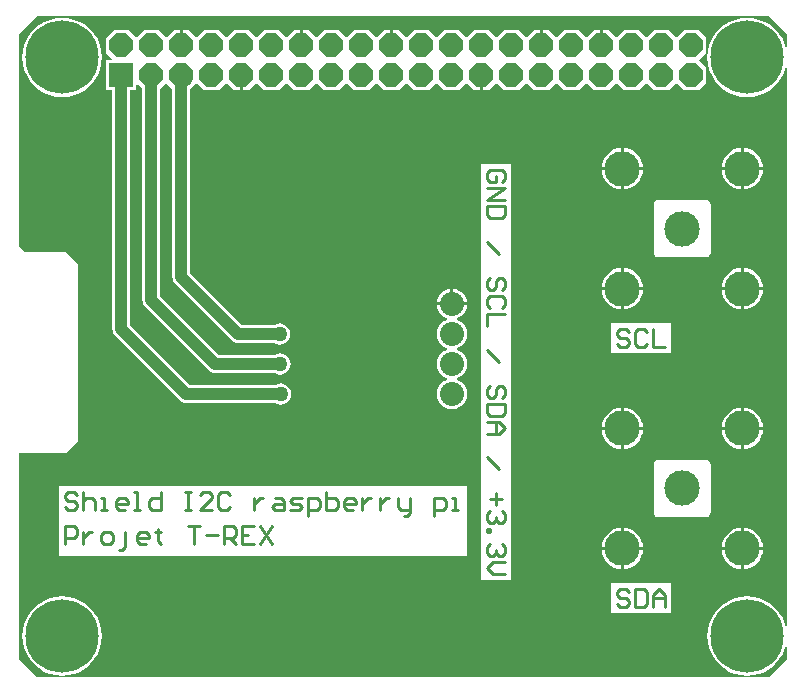
<source format=gtl>
G04 Layer_Physical_Order=1*
G04 Layer_Color=255*
%FSLAX43Y43*%
%MOMM*%
G71*
G01*
G75*
%ADD10C,1.000*%
%ADD11C,0.254*%
%ADD12C,6.200*%
%ADD13C,2.032*%
%ADD14P,2.199X8X112.5*%
%ADD15R,2.032X2.032*%
%ADD16C,3.000*%
%ADD17C,1.270*%
G36*
X64864Y54500D02*
Y53398D01*
X64737Y53383D01*
X64700Y53540D01*
X64498Y54027D01*
X64222Y54478D01*
X63879Y54879D01*
X63478Y55222D01*
X63027Y55498D01*
X62540Y55700D01*
X62026Y55823D01*
X61500Y55864D01*
X60974Y55823D01*
X60460Y55700D01*
X59973Y55498D01*
X59522Y55222D01*
X59121Y54879D01*
X58778Y54478D01*
X58502Y54027D01*
X58300Y53540D01*
X58177Y53026D01*
X58136Y52500D01*
X58177Y51974D01*
X58300Y51460D01*
X58502Y50973D01*
X58778Y50522D01*
X59121Y50121D01*
X59522Y49778D01*
X59973Y49502D01*
X60460Y49300D01*
X60974Y49177D01*
X61500Y49136D01*
X62026Y49177D01*
X62540Y49300D01*
X63027Y49502D01*
X63478Y49778D01*
X63879Y50121D01*
X64222Y50522D01*
X64498Y50973D01*
X64700Y51460D01*
X64737Y51617D01*
X64864Y51602D01*
Y4398D01*
X64737Y4383D01*
X64700Y4540D01*
X64498Y5027D01*
X64222Y5478D01*
X63879Y5879D01*
X63478Y6222D01*
X63027Y6498D01*
X62540Y6700D01*
X62026Y6823D01*
X61500Y6864D01*
X60974Y6823D01*
X60460Y6700D01*
X59973Y6498D01*
X59522Y6222D01*
X59121Y5879D01*
X58778Y5478D01*
X58502Y5027D01*
X58300Y4540D01*
X58177Y4026D01*
X58136Y3500D01*
X58177Y2974D01*
X58300Y2460D01*
X58502Y1973D01*
X58778Y1522D01*
X59121Y1121D01*
X59522Y778D01*
X59973Y502D01*
X60460Y300D01*
X60974Y177D01*
X61500Y136D01*
X62026Y177D01*
X62540Y300D01*
X63027Y502D01*
X63478Y778D01*
X63879Y1121D01*
X64222Y1522D01*
X64498Y1973D01*
X64700Y2460D01*
X64737Y2617D01*
X64864Y2602D01*
Y1500D01*
X63364Y0D01*
X1364D01*
X-136Y1500D01*
Y19000D01*
X3864D01*
X4864Y20000D01*
Y35000D01*
X3864Y36000D01*
X364D01*
Y36000D01*
X-136Y36500D01*
Y54500D01*
X1364Y56000D01*
X63364D01*
X64864Y54500D01*
D02*
G37*
%LPC*%
G36*
X57395Y54810D02*
X56125D01*
X55490Y54175D01*
X54855Y54810D01*
X53585D01*
X52950Y54175D01*
X52315Y54810D01*
X51045D01*
X50410Y54175D01*
X49775Y54810D01*
X49267D01*
Y53540D01*
X49013D01*
Y54810D01*
X48505D01*
X47870Y54175D01*
X47235Y54810D01*
X45965D01*
X45330Y54175D01*
X44695Y54810D01*
X44187D01*
Y53540D01*
X43933D01*
Y54810D01*
X43425D01*
X42790Y54175D01*
X42155Y54810D01*
X40885D01*
X40250Y54175D01*
X39615Y54810D01*
X38345D01*
X37710Y54175D01*
X37075Y54810D01*
X35805D01*
X35170Y54175D01*
X34535Y54810D01*
X33265D01*
X32630Y54175D01*
X31995Y54810D01*
X31487D01*
Y53540D01*
X31233D01*
Y54810D01*
X30725D01*
X30090Y54175D01*
X29455Y54810D01*
X28185D01*
X27550Y54175D01*
X26915Y54810D01*
X25645D01*
X25010Y54175D01*
X24375Y54810D01*
X23867D01*
Y53540D01*
X23613D01*
Y54810D01*
X23105D01*
X22470Y54175D01*
X21835Y54810D01*
X20565D01*
X19930Y54175D01*
X19295Y54810D01*
X18025D01*
X17390Y54175D01*
X16755Y54810D01*
X15485D01*
X14850Y54175D01*
X14215Y54810D01*
X13707D01*
Y53540D01*
X13453D01*
Y54810D01*
X12945D01*
X12310Y54175D01*
X11675Y54810D01*
X10405D01*
X9770Y54175D01*
X9135Y54810D01*
X7865D01*
X7230Y54175D01*
Y52905D01*
X7748Y52387D01*
X7699Y52270D01*
X7230D01*
Y49730D01*
X7739D01*
Y29500D01*
X7765Y29303D01*
X7841Y29120D01*
X7962Y28962D01*
X13462Y23462D01*
X13620Y23341D01*
X13803Y23265D01*
X14000Y23239D01*
X21531D01*
X21552Y23223D01*
X21768Y23134D01*
X22000Y23103D01*
X22232Y23134D01*
X22448Y23223D01*
X22634Y23366D01*
X22777Y23552D01*
X22866Y23768D01*
X22897Y24000D01*
X22866Y24232D01*
X22777Y24448D01*
X22634Y24634D01*
X22448Y24777D01*
X22232Y24866D01*
X22000Y24897D01*
X21768Y24866D01*
X21552Y24777D01*
X21531Y24761D01*
X14315D01*
X9261Y29815D01*
Y49730D01*
X9770D01*
Y50199D01*
X9887Y50248D01*
X10279Y49856D01*
Y31960D01*
X10305Y31763D01*
X10381Y31580D01*
X10502Y31422D01*
X15922Y26002D01*
X16080Y25881D01*
X16263Y25805D01*
X16460Y25779D01*
X21491D01*
X21512Y25763D01*
X21728Y25674D01*
X21960Y25643D01*
X22192Y25674D01*
X22408Y25763D01*
X22594Y25906D01*
X22737Y26092D01*
X22826Y26308D01*
X22857Y26540D01*
X22826Y26772D01*
X22737Y26988D01*
X22594Y27174D01*
X22408Y27317D01*
X22192Y27406D01*
X21960Y27437D01*
X21728Y27406D01*
X21512Y27317D01*
X21491Y27301D01*
X16775D01*
X11801Y32275D01*
Y49856D01*
X12310Y50365D01*
X12819Y49856D01*
Y33920D01*
X12845Y33723D01*
X12921Y33540D01*
X13042Y33382D01*
X17882Y28542D01*
X18040Y28421D01*
X18223Y28345D01*
X18420Y28319D01*
X21451D01*
X21472Y28303D01*
X21688Y28214D01*
X21920Y28183D01*
X22152Y28214D01*
X22368Y28303D01*
X22554Y28446D01*
X22697Y28632D01*
X22786Y28848D01*
X22817Y29080D01*
X22786Y29312D01*
X22697Y29528D01*
X22554Y29714D01*
X22368Y29857D01*
X22152Y29946D01*
X21920Y29977D01*
X21688Y29946D01*
X21472Y29857D01*
X21451Y29841D01*
X18735D01*
X14341Y34235D01*
Y49856D01*
X14493Y50008D01*
X14538Y50042D01*
X14572Y50087D01*
X14850Y50365D01*
X15485Y49730D01*
X16755D01*
X17390Y50365D01*
X18025Y49730D01*
X18533D01*
Y51000D01*
X18787D01*
Y49730D01*
X19295D01*
X19930Y50365D01*
X20565Y49730D01*
X21835D01*
X22470Y50365D01*
X23105Y49730D01*
X24375D01*
X25010Y50365D01*
X25645Y49730D01*
X26915D01*
X27550Y50365D01*
X28185Y49730D01*
X29455D01*
X30090Y50365D01*
X30725Y49730D01*
X31995D01*
X32630Y50365D01*
X33265Y49730D01*
X34535D01*
X35170Y50365D01*
X35805Y49730D01*
X37075D01*
X37710Y50365D01*
X38345Y49730D01*
X38853D01*
Y51000D01*
X39107D01*
Y49730D01*
X39615D01*
X40250Y50365D01*
X40885Y49730D01*
X42155D01*
X42790Y50365D01*
X43425Y49730D01*
X44695D01*
X45330Y50365D01*
X45965Y49730D01*
X47235D01*
X47870Y50365D01*
X48505Y49730D01*
X49775D01*
X50410Y50365D01*
X51045Y49730D01*
X52315D01*
X52950Y50365D01*
X53585Y49730D01*
X54855D01*
X55490Y50365D01*
X56125Y49730D01*
X57395D01*
X58030Y50365D01*
Y51635D01*
X57395Y52270D01*
X58030Y52905D01*
Y54175D01*
X57395Y54810D01*
D02*
G37*
G36*
X3500Y55864D02*
X2974Y55823D01*
X2460Y55700D01*
X1973Y55498D01*
X1522Y55222D01*
X1121Y54879D01*
X778Y54478D01*
X502Y54027D01*
X300Y53540D01*
X177Y53026D01*
X136Y52500D01*
X177Y51974D01*
X300Y51460D01*
X502Y50973D01*
X778Y50522D01*
X1121Y50121D01*
X1522Y49778D01*
X1973Y49502D01*
X2460Y49300D01*
X2974Y49177D01*
X3500Y49136D01*
X4026Y49177D01*
X4540Y49300D01*
X5027Y49502D01*
X5478Y49778D01*
X5879Y50121D01*
X6222Y50522D01*
X6498Y50973D01*
X6700Y51460D01*
X6823Y51974D01*
X6864Y52500D01*
X6823Y53026D01*
X6700Y53540D01*
X6498Y54027D01*
X6222Y54478D01*
X5879Y54879D01*
X5478Y55222D01*
X5027Y55498D01*
X4540Y55700D01*
X4026Y55823D01*
X3500Y55864D01*
D02*
G37*
G36*
X61207Y44830D02*
Y43207D01*
X62830D01*
X62809Y43424D01*
X62708Y43754D01*
X62545Y44059D01*
X62326Y44326D01*
X62059Y44545D01*
X61754Y44708D01*
X61424Y44809D01*
X61207Y44830D01*
D02*
G37*
G36*
X60953D02*
X60736Y44809D01*
X60406Y44708D01*
X60101Y44545D01*
X59834Y44326D01*
X59615Y44059D01*
X59452Y43754D01*
X59351Y43424D01*
X59330Y43207D01*
X60953D01*
Y44830D01*
D02*
G37*
G36*
X51047D02*
Y43207D01*
X52670D01*
X52649Y43424D01*
X52548Y43754D01*
X52385Y44059D01*
X52166Y44326D01*
X51899Y44545D01*
X51594Y44708D01*
X51264Y44809D01*
X51047Y44830D01*
D02*
G37*
G36*
X50793D02*
X50576Y44809D01*
X50246Y44708D01*
X49941Y44545D01*
X49674Y44326D01*
X49455Y44059D01*
X49292Y43754D01*
X49191Y43424D01*
X49170Y43207D01*
X50793D01*
Y44830D01*
D02*
G37*
G36*
X62830Y42953D02*
X61207D01*
Y41330D01*
X61424Y41351D01*
X61754Y41452D01*
X62059Y41615D01*
X62326Y41834D01*
X62545Y42101D01*
X62708Y42406D01*
X62809Y42736D01*
X62830Y42953D01*
D02*
G37*
G36*
X60953D02*
X59330D01*
X59351Y42736D01*
X59452Y42406D01*
X59615Y42101D01*
X59834Y41834D01*
X60101Y41615D01*
X60406Y41452D01*
X60736Y41351D01*
X60953Y41330D01*
Y42953D01*
D02*
G37*
G36*
X52670D02*
X51047D01*
Y41330D01*
X51264Y41351D01*
X51594Y41452D01*
X51899Y41615D01*
X52166Y41834D01*
X52385Y42101D01*
X52548Y42406D01*
X52649Y42736D01*
X52670Y42953D01*
D02*
G37*
G36*
X50793D02*
X49170D01*
X49191Y42736D01*
X49292Y42406D01*
X49455Y42101D01*
X49674Y41834D01*
X49941Y41615D01*
X50246Y41452D01*
X50576Y41351D01*
X50793Y41330D01*
Y42953D01*
D02*
G37*
G36*
X56000Y40425D02*
X55957Y40420D01*
X53968D01*
X53819Y40391D01*
X53693Y40307D01*
X53609Y40181D01*
X53580Y40032D01*
Y38043D01*
X53575Y38000D01*
X53580Y37957D01*
Y35968D01*
X53609Y35819D01*
X53693Y35693D01*
X53819Y35609D01*
X53968Y35580D01*
X55957D01*
X56000Y35575D01*
X56043Y35580D01*
X58032D01*
X58181Y35609D01*
X58307Y35693D01*
X58391Y35819D01*
X58420Y35968D01*
Y37957D01*
X58425Y38000D01*
X58420Y38043D01*
Y40032D01*
X58391Y40181D01*
X58307Y40307D01*
X58181Y40391D01*
X58032Y40420D01*
X56043D01*
X56000Y40425D01*
D02*
G37*
G36*
X61207Y34670D02*
Y33047D01*
X62830D01*
X62809Y33264D01*
X62708Y33594D01*
X62545Y33899D01*
X62326Y34166D01*
X62059Y34385D01*
X61754Y34548D01*
X61424Y34649D01*
X61207Y34670D01*
D02*
G37*
G36*
X60953D02*
X60736Y34649D01*
X60406Y34548D01*
X60101Y34385D01*
X59834Y34166D01*
X59615Y33899D01*
X59452Y33594D01*
X59351Y33264D01*
X59330Y33047D01*
X60953D01*
Y34670D01*
D02*
G37*
G36*
X51047D02*
Y33047D01*
X52670D01*
X52649Y33264D01*
X52548Y33594D01*
X52385Y33899D01*
X52166Y34166D01*
X51899Y34385D01*
X51594Y34548D01*
X51264Y34649D01*
X51047Y34670D01*
D02*
G37*
G36*
X50793D02*
X50576Y34649D01*
X50246Y34548D01*
X49941Y34385D01*
X49674Y34166D01*
X49455Y33899D01*
X49292Y33594D01*
X49191Y33264D01*
X49170Y33047D01*
X50793D01*
Y34670D01*
D02*
G37*
G36*
X36627Y32884D02*
Y31747D01*
X37764D01*
X37737Y31952D01*
X37609Y32260D01*
X37406Y32526D01*
X37140Y32729D01*
X36832Y32857D01*
X36627Y32884D01*
D02*
G37*
G36*
X36373Y32884D02*
X36168Y32857D01*
X35860Y32729D01*
X35594Y32526D01*
X35391Y32260D01*
X35263Y31952D01*
X35236Y31747D01*
X36373D01*
Y32884D01*
D02*
G37*
G36*
X62830Y32793D02*
X61207D01*
Y31170D01*
X61424Y31191D01*
X61754Y31292D01*
X62059Y31455D01*
X62326Y31674D01*
X62545Y31941D01*
X62708Y32246D01*
X62809Y32576D01*
X62830Y32793D01*
D02*
G37*
G36*
X60953D02*
X59330D01*
X59351Y32576D01*
X59452Y32246D01*
X59615Y31941D01*
X59834Y31674D01*
X60101Y31455D01*
X60406Y31292D01*
X60736Y31191D01*
X60953Y31170D01*
Y32793D01*
D02*
G37*
G36*
X52670D02*
X51047D01*
Y31170D01*
X51264Y31191D01*
X51594Y31292D01*
X51899Y31455D01*
X52166Y31674D01*
X52385Y31941D01*
X52548Y32246D01*
X52649Y32576D01*
X52670Y32793D01*
D02*
G37*
G36*
X50793D02*
X49170D01*
X49191Y32576D01*
X49292Y32246D01*
X49455Y31941D01*
X49674Y31674D01*
X49941Y31455D01*
X50246Y31292D01*
X50576Y31191D01*
X50793Y31170D01*
Y32793D01*
D02*
G37*
G36*
X55071Y30032D02*
X49992D01*
Y27492D01*
X55071D01*
Y30032D01*
D02*
G37*
G36*
X37764Y31493D02*
X36500D01*
X35236D01*
X35263Y31288D01*
X35391Y30980D01*
X35594Y30714D01*
X35860Y30511D01*
X36081Y30419D01*
Y30281D01*
X35860Y30189D01*
X35594Y29986D01*
X35391Y29720D01*
X35263Y29412D01*
X35219Y29080D01*
X35263Y28748D01*
X35391Y28440D01*
X35594Y28174D01*
X35860Y27971D01*
X36081Y27879D01*
Y27741D01*
X35860Y27649D01*
X35594Y27446D01*
X35391Y27180D01*
X35263Y26872D01*
X35219Y26540D01*
X35263Y26208D01*
X35391Y25900D01*
X35594Y25634D01*
X35860Y25431D01*
X36081Y25339D01*
Y25201D01*
X35860Y25109D01*
X35594Y24906D01*
X35391Y24640D01*
X35263Y24332D01*
X35219Y24000D01*
X35263Y23668D01*
X35391Y23360D01*
X35594Y23094D01*
X35860Y22891D01*
X36168Y22763D01*
X36500Y22719D01*
X36832Y22763D01*
X37140Y22891D01*
X37406Y23094D01*
X37609Y23360D01*
X37737Y23668D01*
X37781Y24000D01*
X37737Y24332D01*
X37609Y24640D01*
X37406Y24906D01*
X37140Y25109D01*
X36919Y25201D01*
Y25339D01*
X37140Y25431D01*
X37406Y25634D01*
X37609Y25900D01*
X37737Y26208D01*
X37781Y26540D01*
X37737Y26872D01*
X37609Y27180D01*
X37406Y27446D01*
X37140Y27649D01*
X36919Y27741D01*
Y27879D01*
X37140Y27971D01*
X37406Y28174D01*
X37609Y28440D01*
X37737Y28748D01*
X37781Y29080D01*
X37737Y29412D01*
X37609Y29720D01*
X37406Y29986D01*
X37140Y30189D01*
X36919Y30281D01*
Y30419D01*
X37140Y30511D01*
X37406Y30714D01*
X37609Y30980D01*
X37737Y31288D01*
X37764Y31493D01*
D02*
G37*
G36*
X61207Y22830D02*
Y21207D01*
X62830D01*
X62809Y21424D01*
X62708Y21754D01*
X62545Y22059D01*
X62326Y22326D01*
X62059Y22545D01*
X61754Y22708D01*
X61424Y22809D01*
X61207Y22830D01*
D02*
G37*
G36*
X60953D02*
X60736Y22809D01*
X60406Y22708D01*
X60101Y22545D01*
X59834Y22326D01*
X59615Y22059D01*
X59452Y21754D01*
X59351Y21424D01*
X59330Y21207D01*
X60953D01*
Y22830D01*
D02*
G37*
G36*
X51047D02*
Y21207D01*
X52670D01*
X52649Y21424D01*
X52548Y21754D01*
X52385Y22059D01*
X52166Y22326D01*
X51899Y22545D01*
X51594Y22708D01*
X51264Y22809D01*
X51047Y22830D01*
D02*
G37*
G36*
X50793D02*
X50576Y22809D01*
X50246Y22708D01*
X49941Y22545D01*
X49674Y22326D01*
X49455Y22059D01*
X49292Y21754D01*
X49191Y21424D01*
X49170Y21207D01*
X50793D01*
Y22830D01*
D02*
G37*
G36*
X62830Y20953D02*
X61207D01*
Y19330D01*
X61424Y19351D01*
X61754Y19452D01*
X62059Y19615D01*
X62326Y19834D01*
X62545Y20101D01*
X62708Y20406D01*
X62809Y20736D01*
X62830Y20953D01*
D02*
G37*
G36*
X60953D02*
X59330D01*
X59351Y20736D01*
X59452Y20406D01*
X59615Y20101D01*
X59834Y19834D01*
X60101Y19615D01*
X60406Y19452D01*
X60736Y19351D01*
X60953Y19330D01*
Y20953D01*
D02*
G37*
G36*
X52670D02*
X51047D01*
Y19330D01*
X51264Y19351D01*
X51594Y19452D01*
X51899Y19615D01*
X52166Y19834D01*
X52385Y20101D01*
X52548Y20406D01*
X52649Y20736D01*
X52670Y20953D01*
D02*
G37*
G36*
X50793D02*
X49170D01*
X49191Y20736D01*
X49292Y20406D01*
X49455Y20101D01*
X49674Y19834D01*
X49941Y19615D01*
X50246Y19452D01*
X50576Y19351D01*
X50793Y19330D01*
Y20953D01*
D02*
G37*
G36*
X56000Y18425D02*
X55957Y18420D01*
X53968D01*
X53819Y18391D01*
X53693Y18307D01*
X53609Y18181D01*
X53580Y18032D01*
Y16043D01*
X53575Y16000D01*
X53580Y15957D01*
Y13968D01*
X53609Y13819D01*
X53693Y13693D01*
X53819Y13609D01*
X53968Y13580D01*
X55957D01*
X56000Y13575D01*
X56043Y13580D01*
X58032D01*
X58181Y13609D01*
X58307Y13693D01*
X58391Y13819D01*
X58420Y13968D01*
Y15957D01*
X58425Y16000D01*
X58420Y16043D01*
Y18032D01*
X58391Y18181D01*
X58307Y18307D01*
X58181Y18391D01*
X58032Y18420D01*
X56043D01*
X56000Y18425D01*
D02*
G37*
G36*
X61207Y12670D02*
Y11047D01*
X62830D01*
X62809Y11264D01*
X62708Y11594D01*
X62545Y11899D01*
X62326Y12166D01*
X62059Y12385D01*
X61754Y12548D01*
X61424Y12649D01*
X61207Y12670D01*
D02*
G37*
G36*
X60953D02*
X60736Y12649D01*
X60406Y12548D01*
X60101Y12385D01*
X59834Y12166D01*
X59615Y11899D01*
X59452Y11594D01*
X59351Y11264D01*
X59330Y11047D01*
X60953D01*
Y12670D01*
D02*
G37*
G36*
X51047D02*
Y11047D01*
X52670D01*
X52649Y11264D01*
X52548Y11594D01*
X52385Y11899D01*
X52166Y12166D01*
X51899Y12385D01*
X51594Y12548D01*
X51264Y12649D01*
X51047Y12670D01*
D02*
G37*
G36*
X50793D02*
X50576Y12649D01*
X50246Y12548D01*
X49941Y12385D01*
X49674Y12166D01*
X49455Y11899D01*
X49292Y11594D01*
X49191Y11264D01*
X49170Y11047D01*
X50793D01*
Y12670D01*
D02*
G37*
G36*
X37754Y16239D02*
X3246D01*
Y10246D01*
X37754D01*
Y16239D01*
D02*
G37*
G36*
X62830Y10793D02*
X61207D01*
Y9170D01*
X61424Y9191D01*
X61754Y9292D01*
X62059Y9455D01*
X62326Y9674D01*
X62545Y9941D01*
X62708Y10246D01*
X62809Y10576D01*
X62830Y10793D01*
D02*
G37*
G36*
X60953D02*
X59330D01*
X59351Y10576D01*
X59452Y10246D01*
X59615Y9941D01*
X59834Y9674D01*
X60101Y9455D01*
X60406Y9292D01*
X60736Y9191D01*
X60953Y9170D01*
Y10793D01*
D02*
G37*
G36*
X52670D02*
X51047D01*
Y9170D01*
X51264Y9191D01*
X51594Y9292D01*
X51899Y9455D01*
X52166Y9674D01*
X52385Y9941D01*
X52548Y10246D01*
X52649Y10576D01*
X52670Y10793D01*
D02*
G37*
G36*
X50793D02*
X49170D01*
X49191Y10576D01*
X49292Y10246D01*
X49455Y9941D01*
X49674Y9674D01*
X49941Y9455D01*
X50246Y9292D01*
X50576Y9191D01*
X50793Y9170D01*
Y10793D01*
D02*
G37*
G36*
X41532Y43508D02*
X38992D01*
Y8213D01*
X41532D01*
Y43508D01*
D02*
G37*
G36*
X55071Y8032D02*
X49992D01*
Y5492D01*
X55071D01*
Y8032D01*
D02*
G37*
G36*
X3500Y6864D02*
X2974Y6823D01*
X2460Y6700D01*
X1973Y6498D01*
X1522Y6222D01*
X1121Y5879D01*
X778Y5478D01*
X502Y5027D01*
X300Y4540D01*
X177Y4026D01*
X136Y3500D01*
X177Y2974D01*
X300Y2460D01*
X502Y1973D01*
X778Y1522D01*
X1121Y1121D01*
X1522Y778D01*
X1973Y502D01*
X2460Y300D01*
X2974Y177D01*
X3500Y136D01*
X4026Y177D01*
X4540Y300D01*
X5027Y502D01*
X5478Y778D01*
X5879Y1121D01*
X6222Y1522D01*
X6498Y1973D01*
X6700Y2460D01*
X6823Y2974D01*
X6864Y3500D01*
X6823Y4026D01*
X6700Y4540D01*
X6498Y5027D01*
X6222Y5478D01*
X5879Y5879D01*
X5478Y6222D01*
X5027Y6498D01*
X4540Y6700D01*
X4026Y6823D01*
X3500Y6864D01*
D02*
G37*
%LPD*%
D10*
X14000Y24000D02*
X22000D01*
X16460Y26540D02*
X21960D01*
X18420Y29080D02*
X21920D01*
X13580Y33920D02*
X18420Y29080D01*
X13580Y33920D02*
Y51000D01*
X8500Y29500D02*
X14000Y24000D01*
X8500Y29500D02*
Y51000D01*
X11040Y31960D02*
X16460Y26540D01*
X11040Y31960D02*
Y51000D01*
X13580D02*
X14000Y50580D01*
D11*
X4770Y15477D02*
X4516Y15731D01*
X4008D01*
X3754Y15477D01*
Y15223D01*
X4008Y14969D01*
X4516D01*
X4770Y14715D01*
Y14461D01*
X4516Y14207D01*
X4008D01*
X3754Y14461D01*
X5278Y15731D02*
Y14207D01*
Y14969D01*
X5531Y15223D01*
X6039D01*
X6293Y14969D01*
Y14207D01*
X6801D02*
X7309D01*
X7055D01*
Y15223D01*
X6801D01*
X8832Y14207D02*
X8325D01*
X8071Y14461D01*
Y14969D01*
X8325Y15223D01*
X8832D01*
X9086Y14969D01*
Y14715D01*
X8071D01*
X9594Y14207D02*
X10102D01*
X9848D01*
Y15731D01*
X9594D01*
X11879D02*
Y14207D01*
X11118D01*
X10864Y14461D01*
Y14969D01*
X11118Y15223D01*
X11879D01*
X13911Y15731D02*
X14419D01*
X14165D01*
Y14207D01*
X13911D01*
X14419D01*
X16196D02*
X15180D01*
X16196Y15223D01*
Y15477D01*
X15942Y15731D01*
X15434D01*
X15180Y15477D01*
X17719D02*
X17466Y15731D01*
X16958D01*
X16704Y15477D01*
Y14461D01*
X16958Y14207D01*
X17466D01*
X17719Y14461D01*
X19751Y15223D02*
Y14207D01*
Y14715D01*
X20005Y14969D01*
X20259Y15223D01*
X20513D01*
X21528D02*
X22036D01*
X22290Y14969D01*
Y14207D01*
X21528D01*
X21274Y14461D01*
X21528Y14715D01*
X22290D01*
X22798Y14207D02*
X23560D01*
X23814Y14461D01*
X23560Y14715D01*
X23052D01*
X22798Y14969D01*
X23052Y15223D01*
X23814D01*
X24321Y13700D02*
Y15223D01*
X25083D01*
X25337Y14969D01*
Y14461D01*
X25083Y14207D01*
X24321D01*
X25845Y15731D02*
Y14207D01*
X26607D01*
X26861Y14461D01*
Y14715D01*
Y14969D01*
X26607Y15223D01*
X25845D01*
X28130Y14207D02*
X27622D01*
X27368Y14461D01*
Y14969D01*
X27622Y15223D01*
X28130D01*
X28384Y14969D01*
Y14715D01*
X27368D01*
X28892Y15223D02*
Y14207D01*
Y14715D01*
X29146Y14969D01*
X29400Y15223D01*
X29654D01*
X30415D02*
Y14207D01*
Y14715D01*
X30669Y14969D01*
X30923Y15223D01*
X31177D01*
X31939D02*
Y14461D01*
X32193Y14207D01*
X32955D01*
Y13954D01*
X32701Y13700D01*
X32447D01*
X32955Y14207D02*
Y15223D01*
X34986Y13700D02*
Y15223D01*
X35748D01*
X36002Y14969D01*
Y14461D01*
X35748Y14207D01*
X34986D01*
X36509D02*
X37017D01*
X36763D01*
Y15223D01*
X36509D01*
X3754Y11262D02*
Y12785D01*
X4516D01*
X4770Y12531D01*
Y12024D01*
X4516Y11770D01*
X3754D01*
X5278Y12278D02*
Y11262D01*
Y11770D01*
X5531Y12024D01*
X5785Y12278D01*
X6039D01*
X7055Y11262D02*
X7563D01*
X7817Y11516D01*
Y12024D01*
X7563Y12278D01*
X7055D01*
X6801Y12024D01*
Y11516D01*
X7055Y11262D01*
X8325Y10754D02*
X8578D01*
X8832Y11008D01*
Y12278D01*
X10610Y11262D02*
X10102D01*
X9848Y11516D01*
Y12024D01*
X10102Y12278D01*
X10610D01*
X10864Y12024D01*
Y11770D01*
X9848D01*
X11625Y12531D02*
Y12278D01*
X11372D01*
X11879D01*
X11625D01*
Y11516D01*
X11879Y11262D01*
X14165Y12785D02*
X15180D01*
X14672D01*
Y11262D01*
X15688Y12024D02*
X16704D01*
X17212Y11262D02*
Y12785D01*
X17973D01*
X18227Y12531D01*
Y12024D01*
X17973Y11770D01*
X17212D01*
X17719D02*
X18227Y11262D01*
X19751Y12785D02*
X18735D01*
Y11262D01*
X19751D01*
X18735Y12024D02*
X19243D01*
X20259Y12785D02*
X21274Y11262D01*
Y12785D02*
X20259Y11262D01*
X51516Y29270D02*
X51262Y29524D01*
X50754D01*
X50500Y29270D01*
Y29016D01*
X50754Y28762D01*
X51262D01*
X51516Y28508D01*
Y28254D01*
X51262Y28000D01*
X50754D01*
X50500Y28254D01*
X53039Y29270D02*
X52785Y29524D01*
X52277D01*
X52024Y29270D01*
Y28254D01*
X52277Y28000D01*
X52785D01*
X53039Y28254D01*
X53547Y29524D02*
Y28000D01*
X54563D01*
X51516Y7270D02*
X51262Y7524D01*
X50754D01*
X50500Y7270D01*
Y7016D01*
X50754Y6762D01*
X51262D01*
X51516Y6508D01*
Y6254D01*
X51262Y6000D01*
X50754D01*
X50500Y6254D01*
X52024Y7524D02*
Y6000D01*
X52785D01*
X53039Y6254D01*
Y7270D01*
X52785Y7524D01*
X52024D01*
X53547Y6000D02*
Y7016D01*
X54055Y7524D01*
X54563Y7016D01*
Y6000D01*
Y6762D01*
X53547D01*
X40770Y41984D02*
X41024Y42238D01*
Y42746D01*
X40770Y43000D01*
X39754D01*
X39500Y42746D01*
Y42238D01*
X39754Y41984D01*
X40262D01*
Y42492D01*
X39500Y41476D02*
X41024D01*
X39500Y40461D01*
X41024D01*
Y39953D02*
X39500D01*
Y39191D01*
X39754Y38937D01*
X40770D01*
X41024Y39191D01*
Y39953D01*
X39500Y36906D02*
X40516Y35890D01*
X40770Y32843D02*
X41024Y33097D01*
Y33605D01*
X40770Y33859D01*
X40516D01*
X40262Y33605D01*
Y33097D01*
X40008Y32843D01*
X39754D01*
X39500Y33097D01*
Y33605D01*
X39754Y33859D01*
X40770Y31320D02*
X41024Y31574D01*
Y32082D01*
X40770Y32335D01*
X39754D01*
X39500Y32082D01*
Y31574D01*
X39754Y31320D01*
X41024Y30812D02*
X39500D01*
Y29796D01*
Y27765D02*
X40516Y26749D01*
X40770Y23702D02*
X41024Y23956D01*
Y24464D01*
X40770Y24718D01*
X40516D01*
X40262Y24464D01*
Y23956D01*
X40008Y23702D01*
X39754D01*
X39500Y23956D01*
Y24464D01*
X39754Y24718D01*
X41024Y23194D02*
X39500D01*
Y22433D01*
X39754Y22179D01*
X40770D01*
X41024Y22433D01*
Y23194D01*
X39500Y21671D02*
X40516D01*
X41024Y21163D01*
X40516Y20655D01*
X39500D01*
X40262D01*
Y21671D01*
X39500Y18624D02*
X40516Y17608D01*
X40262Y15577D02*
Y14561D01*
X40770Y15069D02*
X39754D01*
X40770Y14053D02*
X41024Y13799D01*
Y13292D01*
X40770Y13038D01*
X40516D01*
X40262Y13292D01*
Y13546D01*
Y13292D01*
X40008Y13038D01*
X39754D01*
X39500Y13292D01*
Y13799D01*
X39754Y14053D01*
X39500Y12530D02*
X39754D01*
Y12276D01*
X39500D01*
Y12530D01*
X40770Y11260D02*
X41024Y11006D01*
Y10499D01*
X40770Y10245D01*
X40516D01*
X40262Y10499D01*
Y10752D01*
Y10499D01*
X40008Y10245D01*
X39754D01*
X39500Y10499D01*
Y11006D01*
X39754Y11260D01*
X41024Y9737D02*
X40008D01*
X39500Y9229D01*
X40008Y8721D01*
X41024D01*
D12*
X3500Y52500D02*
D03*
X61500D02*
D03*
Y3500D02*
D03*
X3500D02*
D03*
D13*
X36500Y31620D02*
D03*
Y29080D02*
D03*
Y26540D02*
D03*
Y24000D02*
D03*
D14*
X31360Y53540D02*
D03*
Y51000D02*
D03*
X28820Y53540D02*
D03*
Y51000D02*
D03*
X26280Y53540D02*
D03*
Y51000D02*
D03*
X23740Y53540D02*
D03*
Y51000D02*
D03*
X21200Y53540D02*
D03*
Y51000D02*
D03*
X18660Y53540D02*
D03*
Y51000D02*
D03*
X16120Y53540D02*
D03*
Y51000D02*
D03*
X13580Y53540D02*
D03*
Y51000D02*
D03*
X11040Y53540D02*
D03*
Y51000D02*
D03*
X8500Y53540D02*
D03*
X33900Y51000D02*
D03*
Y53540D02*
D03*
X36440Y51000D02*
D03*
Y53540D02*
D03*
X38980D02*
D03*
Y51000D02*
D03*
X56760D02*
D03*
Y53540D02*
D03*
X54220D02*
D03*
Y51000D02*
D03*
X51680Y53540D02*
D03*
Y51000D02*
D03*
X41520D02*
D03*
Y53540D02*
D03*
X44060Y51000D02*
D03*
Y53540D02*
D03*
X46600Y51000D02*
D03*
Y53540D02*
D03*
X49140Y51000D02*
D03*
Y53540D02*
D03*
D15*
X8500Y51000D02*
D03*
D16*
X50920Y10920D02*
D03*
X61080D02*
D03*
Y21080D02*
D03*
X50920D02*
D03*
X56000Y16000D02*
D03*
X50920Y32920D02*
D03*
X61080D02*
D03*
Y43080D02*
D03*
X50920D02*
D03*
X56000Y38000D02*
D03*
D17*
X22000Y24000D02*
D03*
X21960Y26540D02*
D03*
X21920Y29080D02*
D03*
M02*

</source>
